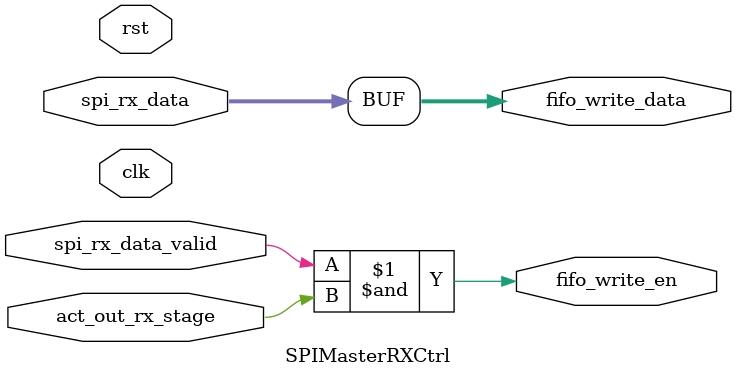
<source format=v>

module SPIMasterRXCtrl #(parameter DATA_WIDTH = 8)                      // Default data width of FIFO
                        (input wire clk,                                // System clock
                         input wire rst,                                // System reset (active high)
                         input wire spi_rx_data_valid,                  // SPI master rx data valid
                         input wire [DATA_WIDTH-1:0] spi_rx_data,       // SPI master rx data
                         input wire act_out_rx_stage,                   // Flag for act output RX stage
                         output wire fifo_write_en,                     // FIFO write enable (active high)
                         output wire [DATA_WIDTH-1:0] fifo_write_data); // FIFO write data
    
    // The logic is purely combinational
    assign fifo_write_en   = spi_rx_data_valid & act_out_rx_stage;
    assign fifo_write_data = spi_rx_data;
    
endmodule

</source>
